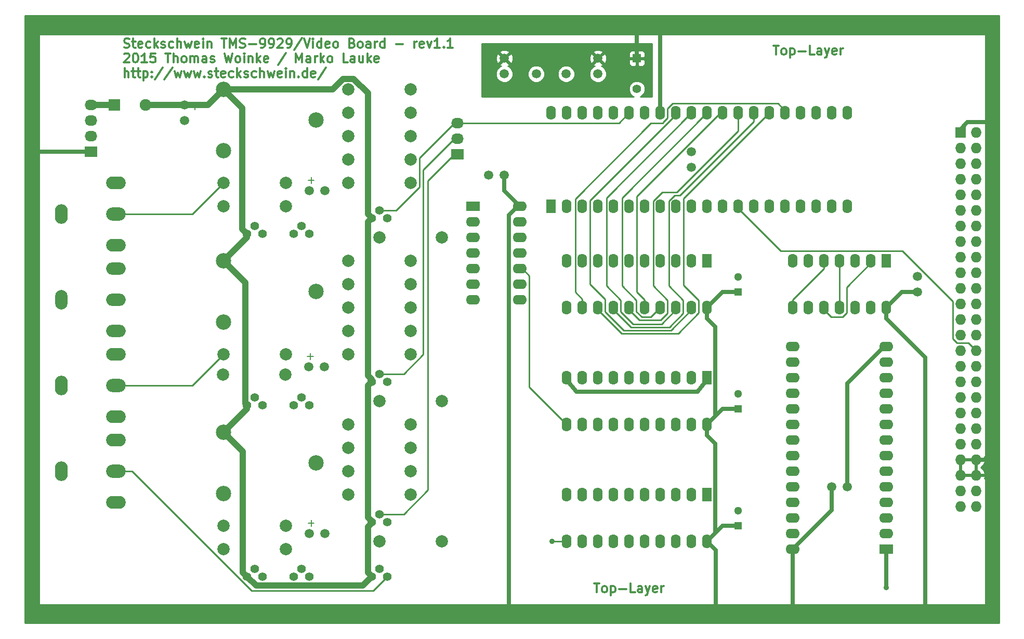
<source format=gbr>
%TF.FileFunction,Copper,L1,Top,Signal*%
%FSLAX46Y46*%
G04 Gerber Fmt 4.6, Leading zero omitted, Abs format (unit mm)*
G04 Created by KiCad (PCBNEW (2014-09-16 BZR 5139)-product) date 09/04/2015 20:46:51*
%MOMM*%
G01*
G04 APERTURE LIST*
%ADD10C,0.100000*%
%ADD11C,0.300000*%
%ADD12C,0.150000*%
%ADD13O,3.197860X2.100000*%
%ADD14O,2.100000X3.197860*%
%ADD15O,3.197860X2.200000*%
%ADD16R,1.574800X2.286000*%
%ADD17O,1.574800X2.286000*%
%ADD18C,1.998980*%
%ADD19R,2.286000X1.574800*%
%ADD20O,2.286000X1.574800*%
%ADD21R,1.727200X1.727200*%
%ADD22O,1.727200X1.727200*%
%ADD23C,1.501140*%
%ADD24R,2.032000X1.727200*%
%ADD25O,2.032000X1.727200*%
%ADD26C,1.400000*%
%ADD27R,1.905000X1.905000*%
%ADD28C,1.905000*%
%ADD29C,2.499360*%
%ADD30R,1.300000X1.300000*%
%ADD31C,1.300000*%
%ADD32O,3.197860X1.998980*%
%ADD33O,1.998980X3.197860*%
%ADD34R,1.400000X1.400000*%
%ADD35C,0.889000*%
%ADD36C,0.635000*%
%ADD37C,0.254000*%
%ADD38C,1.000000*%
G04 APERTURE END LIST*
D10*
D11*
X79025714Y-51547143D02*
X79240000Y-51618571D01*
X79597143Y-51618571D01*
X79740000Y-51547143D01*
X79811429Y-51475714D01*
X79882857Y-51332857D01*
X79882857Y-51190000D01*
X79811429Y-51047143D01*
X79740000Y-50975714D01*
X79597143Y-50904286D01*
X79311429Y-50832857D01*
X79168571Y-50761429D01*
X79097143Y-50690000D01*
X79025714Y-50547143D01*
X79025714Y-50404286D01*
X79097143Y-50261429D01*
X79168571Y-50190000D01*
X79311429Y-50118571D01*
X79668571Y-50118571D01*
X79882857Y-50190000D01*
X80311428Y-50618571D02*
X80882857Y-50618571D01*
X80525714Y-50118571D02*
X80525714Y-51404286D01*
X80597142Y-51547143D01*
X80740000Y-51618571D01*
X80882857Y-51618571D01*
X81954285Y-51547143D02*
X81811428Y-51618571D01*
X81525714Y-51618571D01*
X81382857Y-51547143D01*
X81311428Y-51404286D01*
X81311428Y-50832857D01*
X81382857Y-50690000D01*
X81525714Y-50618571D01*
X81811428Y-50618571D01*
X81954285Y-50690000D01*
X82025714Y-50832857D01*
X82025714Y-50975714D01*
X81311428Y-51118571D01*
X83311428Y-51547143D02*
X83168571Y-51618571D01*
X82882857Y-51618571D01*
X82739999Y-51547143D01*
X82668571Y-51475714D01*
X82597142Y-51332857D01*
X82597142Y-50904286D01*
X82668571Y-50761429D01*
X82739999Y-50690000D01*
X82882857Y-50618571D01*
X83168571Y-50618571D01*
X83311428Y-50690000D01*
X83954285Y-51618571D02*
X83954285Y-50118571D01*
X84097142Y-51047143D02*
X84525713Y-51618571D01*
X84525713Y-50618571D02*
X83954285Y-51190000D01*
X85097142Y-51547143D02*
X85239999Y-51618571D01*
X85525714Y-51618571D01*
X85668571Y-51547143D01*
X85739999Y-51404286D01*
X85739999Y-51332857D01*
X85668571Y-51190000D01*
X85525714Y-51118571D01*
X85311428Y-51118571D01*
X85168571Y-51047143D01*
X85097142Y-50904286D01*
X85097142Y-50832857D01*
X85168571Y-50690000D01*
X85311428Y-50618571D01*
X85525714Y-50618571D01*
X85668571Y-50690000D01*
X87025714Y-51547143D02*
X86882857Y-51618571D01*
X86597143Y-51618571D01*
X86454285Y-51547143D01*
X86382857Y-51475714D01*
X86311428Y-51332857D01*
X86311428Y-50904286D01*
X86382857Y-50761429D01*
X86454285Y-50690000D01*
X86597143Y-50618571D01*
X86882857Y-50618571D01*
X87025714Y-50690000D01*
X87668571Y-51618571D02*
X87668571Y-50118571D01*
X88311428Y-51618571D02*
X88311428Y-50832857D01*
X88239999Y-50690000D01*
X88097142Y-50618571D01*
X87882857Y-50618571D01*
X87739999Y-50690000D01*
X87668571Y-50761429D01*
X88882857Y-50618571D02*
X89168571Y-51618571D01*
X89454285Y-50904286D01*
X89740000Y-51618571D01*
X90025714Y-50618571D01*
X91168571Y-51547143D02*
X91025714Y-51618571D01*
X90740000Y-51618571D01*
X90597143Y-51547143D01*
X90525714Y-51404286D01*
X90525714Y-50832857D01*
X90597143Y-50690000D01*
X90740000Y-50618571D01*
X91025714Y-50618571D01*
X91168571Y-50690000D01*
X91240000Y-50832857D01*
X91240000Y-50975714D01*
X90525714Y-51118571D01*
X91882857Y-51618571D02*
X91882857Y-50618571D01*
X91882857Y-50118571D02*
X91811428Y-50190000D01*
X91882857Y-50261429D01*
X91954285Y-50190000D01*
X91882857Y-50118571D01*
X91882857Y-50261429D01*
X92597143Y-50618571D02*
X92597143Y-51618571D01*
X92597143Y-50761429D02*
X92668571Y-50690000D01*
X92811429Y-50618571D01*
X93025714Y-50618571D01*
X93168571Y-50690000D01*
X93240000Y-50832857D01*
X93240000Y-51618571D01*
X94882857Y-50118571D02*
X95740000Y-50118571D01*
X95311429Y-51618571D02*
X95311429Y-50118571D01*
X96240000Y-51618571D02*
X96240000Y-50118571D01*
X96740000Y-51190000D01*
X97240000Y-50118571D01*
X97240000Y-51618571D01*
X97882857Y-51547143D02*
X98097143Y-51618571D01*
X98454286Y-51618571D01*
X98597143Y-51547143D01*
X98668572Y-51475714D01*
X98740000Y-51332857D01*
X98740000Y-51190000D01*
X98668572Y-51047143D01*
X98597143Y-50975714D01*
X98454286Y-50904286D01*
X98168572Y-50832857D01*
X98025714Y-50761429D01*
X97954286Y-50690000D01*
X97882857Y-50547143D01*
X97882857Y-50404286D01*
X97954286Y-50261429D01*
X98025714Y-50190000D01*
X98168572Y-50118571D01*
X98525714Y-50118571D01*
X98740000Y-50190000D01*
X99382857Y-51047143D02*
X100525714Y-51047143D01*
X101311428Y-51618571D02*
X101597143Y-51618571D01*
X101740000Y-51547143D01*
X101811428Y-51475714D01*
X101954286Y-51261429D01*
X102025714Y-50975714D01*
X102025714Y-50404286D01*
X101954286Y-50261429D01*
X101882857Y-50190000D01*
X101740000Y-50118571D01*
X101454286Y-50118571D01*
X101311428Y-50190000D01*
X101240000Y-50261429D01*
X101168571Y-50404286D01*
X101168571Y-50761429D01*
X101240000Y-50904286D01*
X101311428Y-50975714D01*
X101454286Y-51047143D01*
X101740000Y-51047143D01*
X101882857Y-50975714D01*
X101954286Y-50904286D01*
X102025714Y-50761429D01*
X102739999Y-51618571D02*
X103025714Y-51618571D01*
X103168571Y-51547143D01*
X103239999Y-51475714D01*
X103382857Y-51261429D01*
X103454285Y-50975714D01*
X103454285Y-50404286D01*
X103382857Y-50261429D01*
X103311428Y-50190000D01*
X103168571Y-50118571D01*
X102882857Y-50118571D01*
X102739999Y-50190000D01*
X102668571Y-50261429D01*
X102597142Y-50404286D01*
X102597142Y-50761429D01*
X102668571Y-50904286D01*
X102739999Y-50975714D01*
X102882857Y-51047143D01*
X103168571Y-51047143D01*
X103311428Y-50975714D01*
X103382857Y-50904286D01*
X103454285Y-50761429D01*
X104025713Y-50261429D02*
X104097142Y-50190000D01*
X104239999Y-50118571D01*
X104597142Y-50118571D01*
X104739999Y-50190000D01*
X104811428Y-50261429D01*
X104882856Y-50404286D01*
X104882856Y-50547143D01*
X104811428Y-50761429D01*
X103954285Y-51618571D01*
X104882856Y-51618571D01*
X105597141Y-51618571D02*
X105882856Y-51618571D01*
X106025713Y-51547143D01*
X106097141Y-51475714D01*
X106239999Y-51261429D01*
X106311427Y-50975714D01*
X106311427Y-50404286D01*
X106239999Y-50261429D01*
X106168570Y-50190000D01*
X106025713Y-50118571D01*
X105739999Y-50118571D01*
X105597141Y-50190000D01*
X105525713Y-50261429D01*
X105454284Y-50404286D01*
X105454284Y-50761429D01*
X105525713Y-50904286D01*
X105597141Y-50975714D01*
X105739999Y-51047143D01*
X106025713Y-51047143D01*
X106168570Y-50975714D01*
X106239999Y-50904286D01*
X106311427Y-50761429D01*
X108025712Y-50047143D02*
X106739998Y-51975714D01*
X108311427Y-50118571D02*
X108811427Y-51618571D01*
X109311427Y-50118571D01*
X109811427Y-51618571D02*
X109811427Y-50618571D01*
X109811427Y-50118571D02*
X109739998Y-50190000D01*
X109811427Y-50261429D01*
X109882855Y-50190000D01*
X109811427Y-50118571D01*
X109811427Y-50261429D01*
X111168570Y-51618571D02*
X111168570Y-50118571D01*
X111168570Y-51547143D02*
X111025713Y-51618571D01*
X110739999Y-51618571D01*
X110597141Y-51547143D01*
X110525713Y-51475714D01*
X110454284Y-51332857D01*
X110454284Y-50904286D01*
X110525713Y-50761429D01*
X110597141Y-50690000D01*
X110739999Y-50618571D01*
X111025713Y-50618571D01*
X111168570Y-50690000D01*
X112454284Y-51547143D02*
X112311427Y-51618571D01*
X112025713Y-51618571D01*
X111882856Y-51547143D01*
X111811427Y-51404286D01*
X111811427Y-50832857D01*
X111882856Y-50690000D01*
X112025713Y-50618571D01*
X112311427Y-50618571D01*
X112454284Y-50690000D01*
X112525713Y-50832857D01*
X112525713Y-50975714D01*
X111811427Y-51118571D01*
X113382856Y-51618571D02*
X113239998Y-51547143D01*
X113168570Y-51475714D01*
X113097141Y-51332857D01*
X113097141Y-50904286D01*
X113168570Y-50761429D01*
X113239998Y-50690000D01*
X113382856Y-50618571D01*
X113597141Y-50618571D01*
X113739998Y-50690000D01*
X113811427Y-50761429D01*
X113882856Y-50904286D01*
X113882856Y-51332857D01*
X113811427Y-51475714D01*
X113739998Y-51547143D01*
X113597141Y-51618571D01*
X113382856Y-51618571D01*
X116168570Y-50832857D02*
X116382856Y-50904286D01*
X116454284Y-50975714D01*
X116525713Y-51118571D01*
X116525713Y-51332857D01*
X116454284Y-51475714D01*
X116382856Y-51547143D01*
X116239998Y-51618571D01*
X115668570Y-51618571D01*
X115668570Y-50118571D01*
X116168570Y-50118571D01*
X116311427Y-50190000D01*
X116382856Y-50261429D01*
X116454284Y-50404286D01*
X116454284Y-50547143D01*
X116382856Y-50690000D01*
X116311427Y-50761429D01*
X116168570Y-50832857D01*
X115668570Y-50832857D01*
X117382856Y-51618571D02*
X117239998Y-51547143D01*
X117168570Y-51475714D01*
X117097141Y-51332857D01*
X117097141Y-50904286D01*
X117168570Y-50761429D01*
X117239998Y-50690000D01*
X117382856Y-50618571D01*
X117597141Y-50618571D01*
X117739998Y-50690000D01*
X117811427Y-50761429D01*
X117882856Y-50904286D01*
X117882856Y-51332857D01*
X117811427Y-51475714D01*
X117739998Y-51547143D01*
X117597141Y-51618571D01*
X117382856Y-51618571D01*
X119168570Y-51618571D02*
X119168570Y-50832857D01*
X119097141Y-50690000D01*
X118954284Y-50618571D01*
X118668570Y-50618571D01*
X118525713Y-50690000D01*
X119168570Y-51547143D02*
X119025713Y-51618571D01*
X118668570Y-51618571D01*
X118525713Y-51547143D01*
X118454284Y-51404286D01*
X118454284Y-51261429D01*
X118525713Y-51118571D01*
X118668570Y-51047143D01*
X119025713Y-51047143D01*
X119168570Y-50975714D01*
X119882856Y-51618571D02*
X119882856Y-50618571D01*
X119882856Y-50904286D02*
X119954284Y-50761429D01*
X120025713Y-50690000D01*
X120168570Y-50618571D01*
X120311427Y-50618571D01*
X121454284Y-51618571D02*
X121454284Y-50118571D01*
X121454284Y-51547143D02*
X121311427Y-51618571D01*
X121025713Y-51618571D01*
X120882855Y-51547143D01*
X120811427Y-51475714D01*
X120739998Y-51332857D01*
X120739998Y-50904286D01*
X120811427Y-50761429D01*
X120882855Y-50690000D01*
X121025713Y-50618571D01*
X121311427Y-50618571D01*
X121454284Y-50690000D01*
X123311427Y-51047143D02*
X124454284Y-51047143D01*
X126311427Y-51618571D02*
X126311427Y-50618571D01*
X126311427Y-50904286D02*
X126382855Y-50761429D01*
X126454284Y-50690000D01*
X126597141Y-50618571D01*
X126739998Y-50618571D01*
X127811426Y-51547143D02*
X127668569Y-51618571D01*
X127382855Y-51618571D01*
X127239998Y-51547143D01*
X127168569Y-51404286D01*
X127168569Y-50832857D01*
X127239998Y-50690000D01*
X127382855Y-50618571D01*
X127668569Y-50618571D01*
X127811426Y-50690000D01*
X127882855Y-50832857D01*
X127882855Y-50975714D01*
X127168569Y-51118571D01*
X128382855Y-50618571D02*
X128739998Y-51618571D01*
X129097140Y-50618571D01*
X130454283Y-51618571D02*
X129597140Y-51618571D01*
X130025712Y-51618571D02*
X130025712Y-50118571D01*
X129882855Y-50332857D01*
X129739997Y-50475714D01*
X129597140Y-50547143D01*
X131097140Y-51475714D02*
X131168568Y-51547143D01*
X131097140Y-51618571D01*
X131025711Y-51547143D01*
X131097140Y-51475714D01*
X131097140Y-51618571D01*
X132597140Y-51618571D02*
X131739997Y-51618571D01*
X132168569Y-51618571D02*
X132168569Y-50118571D01*
X132025712Y-50332857D01*
X131882854Y-50475714D01*
X131739997Y-50547143D01*
X79025714Y-52661429D02*
X79097143Y-52590000D01*
X79240000Y-52518571D01*
X79597143Y-52518571D01*
X79740000Y-52590000D01*
X79811429Y-52661429D01*
X79882857Y-52804286D01*
X79882857Y-52947143D01*
X79811429Y-53161429D01*
X78954286Y-54018571D01*
X79882857Y-54018571D01*
X80811428Y-52518571D02*
X80954285Y-52518571D01*
X81097142Y-52590000D01*
X81168571Y-52661429D01*
X81240000Y-52804286D01*
X81311428Y-53090000D01*
X81311428Y-53447143D01*
X81240000Y-53732857D01*
X81168571Y-53875714D01*
X81097142Y-53947143D01*
X80954285Y-54018571D01*
X80811428Y-54018571D01*
X80668571Y-53947143D01*
X80597142Y-53875714D01*
X80525714Y-53732857D01*
X80454285Y-53447143D01*
X80454285Y-53090000D01*
X80525714Y-52804286D01*
X80597142Y-52661429D01*
X80668571Y-52590000D01*
X80811428Y-52518571D01*
X82739999Y-54018571D02*
X81882856Y-54018571D01*
X82311428Y-54018571D02*
X82311428Y-52518571D01*
X82168571Y-52732857D01*
X82025713Y-52875714D01*
X81882856Y-52947143D01*
X84097142Y-52518571D02*
X83382856Y-52518571D01*
X83311427Y-53232857D01*
X83382856Y-53161429D01*
X83525713Y-53090000D01*
X83882856Y-53090000D01*
X84025713Y-53161429D01*
X84097142Y-53232857D01*
X84168570Y-53375714D01*
X84168570Y-53732857D01*
X84097142Y-53875714D01*
X84025713Y-53947143D01*
X83882856Y-54018571D01*
X83525713Y-54018571D01*
X83382856Y-53947143D01*
X83311427Y-53875714D01*
X85739998Y-52518571D02*
X86597141Y-52518571D01*
X86168570Y-54018571D02*
X86168570Y-52518571D01*
X87097141Y-54018571D02*
X87097141Y-52518571D01*
X87739998Y-54018571D02*
X87739998Y-53232857D01*
X87668569Y-53090000D01*
X87525712Y-53018571D01*
X87311427Y-53018571D01*
X87168569Y-53090000D01*
X87097141Y-53161429D01*
X88668570Y-54018571D02*
X88525712Y-53947143D01*
X88454284Y-53875714D01*
X88382855Y-53732857D01*
X88382855Y-53304286D01*
X88454284Y-53161429D01*
X88525712Y-53090000D01*
X88668570Y-53018571D01*
X88882855Y-53018571D01*
X89025712Y-53090000D01*
X89097141Y-53161429D01*
X89168570Y-53304286D01*
X89168570Y-53732857D01*
X89097141Y-53875714D01*
X89025712Y-53947143D01*
X88882855Y-54018571D01*
X88668570Y-54018571D01*
X89811427Y-54018571D02*
X89811427Y-53018571D01*
X89811427Y-53161429D02*
X89882855Y-53090000D01*
X90025713Y-53018571D01*
X90239998Y-53018571D01*
X90382855Y-53090000D01*
X90454284Y-53232857D01*
X90454284Y-54018571D01*
X90454284Y-53232857D02*
X90525713Y-53090000D01*
X90668570Y-53018571D01*
X90882855Y-53018571D01*
X91025713Y-53090000D01*
X91097141Y-53232857D01*
X91097141Y-54018571D01*
X92454284Y-54018571D02*
X92454284Y-53232857D01*
X92382855Y-53090000D01*
X92239998Y-53018571D01*
X91954284Y-53018571D01*
X91811427Y-53090000D01*
X92454284Y-53947143D02*
X92311427Y-54018571D01*
X91954284Y-54018571D01*
X91811427Y-53947143D01*
X91739998Y-53804286D01*
X91739998Y-53661429D01*
X91811427Y-53518571D01*
X91954284Y-53447143D01*
X92311427Y-53447143D01*
X92454284Y-53375714D01*
X93097141Y-53947143D02*
X93239998Y-54018571D01*
X93525713Y-54018571D01*
X93668570Y-53947143D01*
X93739998Y-53804286D01*
X93739998Y-53732857D01*
X93668570Y-53590000D01*
X93525713Y-53518571D01*
X93311427Y-53518571D01*
X93168570Y-53447143D01*
X93097141Y-53304286D01*
X93097141Y-53232857D01*
X93168570Y-53090000D01*
X93311427Y-53018571D01*
X93525713Y-53018571D01*
X93668570Y-53090000D01*
X95382856Y-52518571D02*
X95739999Y-54018571D01*
X96025713Y-52947143D01*
X96311427Y-54018571D01*
X96668570Y-52518571D01*
X97454285Y-54018571D02*
X97311427Y-53947143D01*
X97239999Y-53875714D01*
X97168570Y-53732857D01*
X97168570Y-53304286D01*
X97239999Y-53161429D01*
X97311427Y-53090000D01*
X97454285Y-53018571D01*
X97668570Y-53018571D01*
X97811427Y-53090000D01*
X97882856Y-53161429D01*
X97954285Y-53304286D01*
X97954285Y-53732857D01*
X97882856Y-53875714D01*
X97811427Y-53947143D01*
X97668570Y-54018571D01*
X97454285Y-54018571D01*
X98597142Y-54018571D02*
X98597142Y-53018571D01*
X98597142Y-52518571D02*
X98525713Y-52590000D01*
X98597142Y-52661429D01*
X98668570Y-52590000D01*
X98597142Y-52518571D01*
X98597142Y-52661429D01*
X99311428Y-53018571D02*
X99311428Y-54018571D01*
X99311428Y-53161429D02*
X99382856Y-53090000D01*
X99525714Y-53018571D01*
X99739999Y-53018571D01*
X99882856Y-53090000D01*
X99954285Y-53232857D01*
X99954285Y-54018571D01*
X100668571Y-54018571D02*
X100668571Y-52518571D01*
X100811428Y-53447143D02*
X101239999Y-54018571D01*
X101239999Y-53018571D02*
X100668571Y-53590000D01*
X102454285Y-53947143D02*
X102311428Y-54018571D01*
X102025714Y-54018571D01*
X101882857Y-53947143D01*
X101811428Y-53804286D01*
X101811428Y-53232857D01*
X101882857Y-53090000D01*
X102025714Y-53018571D01*
X102311428Y-53018571D01*
X102454285Y-53090000D01*
X102525714Y-53232857D01*
X102525714Y-53375714D01*
X101811428Y-53518571D01*
X105382856Y-52447143D02*
X104097142Y-54375714D01*
X107025714Y-54018571D02*
X107025714Y-52518571D01*
X107525714Y-53590000D01*
X108025714Y-52518571D01*
X108025714Y-54018571D01*
X109382857Y-54018571D02*
X109382857Y-53232857D01*
X109311428Y-53090000D01*
X109168571Y-53018571D01*
X108882857Y-53018571D01*
X108740000Y-53090000D01*
X109382857Y-53947143D02*
X109240000Y-54018571D01*
X108882857Y-54018571D01*
X108740000Y-53947143D01*
X108668571Y-53804286D01*
X108668571Y-53661429D01*
X108740000Y-53518571D01*
X108882857Y-53447143D01*
X109240000Y-53447143D01*
X109382857Y-53375714D01*
X110097143Y-54018571D02*
X110097143Y-53018571D01*
X110097143Y-53304286D02*
X110168571Y-53161429D01*
X110240000Y-53090000D01*
X110382857Y-53018571D01*
X110525714Y-53018571D01*
X111025714Y-54018571D02*
X111025714Y-52518571D01*
X111168571Y-53447143D02*
X111597142Y-54018571D01*
X111597142Y-53018571D02*
X111025714Y-53590000D01*
X112454286Y-54018571D02*
X112311428Y-53947143D01*
X112240000Y-53875714D01*
X112168571Y-53732857D01*
X112168571Y-53304286D01*
X112240000Y-53161429D01*
X112311428Y-53090000D01*
X112454286Y-53018571D01*
X112668571Y-53018571D01*
X112811428Y-53090000D01*
X112882857Y-53161429D01*
X112954286Y-53304286D01*
X112954286Y-53732857D01*
X112882857Y-53875714D01*
X112811428Y-53947143D01*
X112668571Y-54018571D01*
X112454286Y-54018571D01*
X115454286Y-54018571D02*
X114740000Y-54018571D01*
X114740000Y-52518571D01*
X116597143Y-54018571D02*
X116597143Y-53232857D01*
X116525714Y-53090000D01*
X116382857Y-53018571D01*
X116097143Y-53018571D01*
X115954286Y-53090000D01*
X116597143Y-53947143D02*
X116454286Y-54018571D01*
X116097143Y-54018571D01*
X115954286Y-53947143D01*
X115882857Y-53804286D01*
X115882857Y-53661429D01*
X115954286Y-53518571D01*
X116097143Y-53447143D01*
X116454286Y-53447143D01*
X116597143Y-53375714D01*
X117954286Y-53018571D02*
X117954286Y-54018571D01*
X117311429Y-53018571D02*
X117311429Y-53804286D01*
X117382857Y-53947143D01*
X117525715Y-54018571D01*
X117740000Y-54018571D01*
X117882857Y-53947143D01*
X117954286Y-53875714D01*
X118668572Y-54018571D02*
X118668572Y-52518571D01*
X118811429Y-53447143D02*
X119240000Y-54018571D01*
X119240000Y-53018571D02*
X118668572Y-53590000D01*
X120454286Y-53947143D02*
X120311429Y-54018571D01*
X120025715Y-54018571D01*
X119882858Y-53947143D01*
X119811429Y-53804286D01*
X119811429Y-53232857D01*
X119882858Y-53090000D01*
X120025715Y-53018571D01*
X120311429Y-53018571D01*
X120454286Y-53090000D01*
X120525715Y-53232857D01*
X120525715Y-53375714D01*
X119811429Y-53518571D01*
X79097143Y-56418571D02*
X79097143Y-54918571D01*
X79740000Y-56418571D02*
X79740000Y-55632857D01*
X79668571Y-55490000D01*
X79525714Y-55418571D01*
X79311429Y-55418571D01*
X79168571Y-55490000D01*
X79097143Y-55561429D01*
X80240000Y-55418571D02*
X80811429Y-55418571D01*
X80454286Y-54918571D02*
X80454286Y-56204286D01*
X80525714Y-56347143D01*
X80668572Y-56418571D01*
X80811429Y-56418571D01*
X81097143Y-55418571D02*
X81668572Y-55418571D01*
X81311429Y-54918571D02*
X81311429Y-56204286D01*
X81382857Y-56347143D01*
X81525715Y-56418571D01*
X81668572Y-56418571D01*
X82168572Y-55418571D02*
X82168572Y-56918571D01*
X82168572Y-55490000D02*
X82311429Y-55418571D01*
X82597143Y-55418571D01*
X82740000Y-55490000D01*
X82811429Y-55561429D01*
X82882858Y-55704286D01*
X82882858Y-56132857D01*
X82811429Y-56275714D01*
X82740000Y-56347143D01*
X82597143Y-56418571D01*
X82311429Y-56418571D01*
X82168572Y-56347143D01*
X83525715Y-56275714D02*
X83597143Y-56347143D01*
X83525715Y-56418571D01*
X83454286Y-56347143D01*
X83525715Y-56275714D01*
X83525715Y-56418571D01*
X83525715Y-55490000D02*
X83597143Y-55561429D01*
X83525715Y-55632857D01*
X83454286Y-55561429D01*
X83525715Y-55490000D01*
X83525715Y-55632857D01*
X85311429Y-54847143D02*
X84025715Y-56775714D01*
X86882858Y-54847143D02*
X85597144Y-56775714D01*
X87240002Y-55418571D02*
X87525716Y-56418571D01*
X87811430Y-55704286D01*
X88097145Y-56418571D01*
X88382859Y-55418571D01*
X88811431Y-55418571D02*
X89097145Y-56418571D01*
X89382859Y-55704286D01*
X89668574Y-56418571D01*
X89954288Y-55418571D01*
X90382860Y-55418571D02*
X90668574Y-56418571D01*
X90954288Y-55704286D01*
X91240003Y-56418571D01*
X91525717Y-55418571D01*
X92097146Y-56275714D02*
X92168574Y-56347143D01*
X92097146Y-56418571D01*
X92025717Y-56347143D01*
X92097146Y-56275714D01*
X92097146Y-56418571D01*
X92740003Y-56347143D02*
X92882860Y-56418571D01*
X93168575Y-56418571D01*
X93311432Y-56347143D01*
X93382860Y-56204286D01*
X93382860Y-56132857D01*
X93311432Y-55990000D01*
X93168575Y-55918571D01*
X92954289Y-55918571D01*
X92811432Y-55847143D01*
X92740003Y-55704286D01*
X92740003Y-55632857D01*
X92811432Y-55490000D01*
X92954289Y-55418571D01*
X93168575Y-55418571D01*
X93311432Y-55490000D01*
X93811432Y-55418571D02*
X94382861Y-55418571D01*
X94025718Y-54918571D02*
X94025718Y-56204286D01*
X94097146Y-56347143D01*
X94240004Y-56418571D01*
X94382861Y-56418571D01*
X95454289Y-56347143D02*
X95311432Y-56418571D01*
X95025718Y-56418571D01*
X94882861Y-56347143D01*
X94811432Y-56204286D01*
X94811432Y-55632857D01*
X94882861Y-55490000D01*
X95025718Y-55418571D01*
X95311432Y-55418571D01*
X95454289Y-55490000D01*
X95525718Y-55632857D01*
X95525718Y-55775714D01*
X94811432Y-55918571D01*
X96811432Y-56347143D02*
X96668575Y-56418571D01*
X96382861Y-56418571D01*
X96240003Y-56347143D01*
X96168575Y-56275714D01*
X96097146Y-56132857D01*
X96097146Y-55704286D01*
X96168575Y-55561429D01*
X96240003Y-55490000D01*
X96382861Y-55418571D01*
X96668575Y-55418571D01*
X96811432Y-55490000D01*
X97454289Y-56418571D02*
X97454289Y-54918571D01*
X97597146Y-55847143D02*
X98025717Y-56418571D01*
X98025717Y-55418571D02*
X97454289Y-55990000D01*
X98597146Y-56347143D02*
X98740003Y-56418571D01*
X99025718Y-56418571D01*
X99168575Y-56347143D01*
X99240003Y-56204286D01*
X99240003Y-56132857D01*
X99168575Y-55990000D01*
X99025718Y-55918571D01*
X98811432Y-55918571D01*
X98668575Y-55847143D01*
X98597146Y-55704286D01*
X98597146Y-55632857D01*
X98668575Y-55490000D01*
X98811432Y-55418571D01*
X99025718Y-55418571D01*
X99168575Y-55490000D01*
X100525718Y-56347143D02*
X100382861Y-56418571D01*
X100097147Y-56418571D01*
X99954289Y-56347143D01*
X99882861Y-56275714D01*
X99811432Y-56132857D01*
X99811432Y-55704286D01*
X99882861Y-55561429D01*
X99954289Y-55490000D01*
X100097147Y-55418571D01*
X100382861Y-55418571D01*
X100525718Y-55490000D01*
X101168575Y-56418571D02*
X101168575Y-54918571D01*
X101811432Y-56418571D02*
X101811432Y-55632857D01*
X101740003Y-55490000D01*
X101597146Y-55418571D01*
X101382861Y-55418571D01*
X101240003Y-55490000D01*
X101168575Y-55561429D01*
X102382861Y-55418571D02*
X102668575Y-56418571D01*
X102954289Y-55704286D01*
X103240004Y-56418571D01*
X103525718Y-55418571D01*
X104668575Y-56347143D02*
X104525718Y-56418571D01*
X104240004Y-56418571D01*
X104097147Y-56347143D01*
X104025718Y-56204286D01*
X104025718Y-55632857D01*
X104097147Y-55490000D01*
X104240004Y-55418571D01*
X104525718Y-55418571D01*
X104668575Y-55490000D01*
X104740004Y-55632857D01*
X104740004Y-55775714D01*
X104025718Y-55918571D01*
X105382861Y-56418571D02*
X105382861Y-55418571D01*
X105382861Y-54918571D02*
X105311432Y-54990000D01*
X105382861Y-55061429D01*
X105454289Y-54990000D01*
X105382861Y-54918571D01*
X105382861Y-55061429D01*
X106097147Y-55418571D02*
X106097147Y-56418571D01*
X106097147Y-55561429D02*
X106168575Y-55490000D01*
X106311433Y-55418571D01*
X106525718Y-55418571D01*
X106668575Y-55490000D01*
X106740004Y-55632857D01*
X106740004Y-56418571D01*
X107454290Y-56275714D02*
X107525718Y-56347143D01*
X107454290Y-56418571D01*
X107382861Y-56347143D01*
X107454290Y-56275714D01*
X107454290Y-56418571D01*
X108811433Y-56418571D02*
X108811433Y-54918571D01*
X108811433Y-56347143D02*
X108668576Y-56418571D01*
X108382862Y-56418571D01*
X108240004Y-56347143D01*
X108168576Y-56275714D01*
X108097147Y-56132857D01*
X108097147Y-55704286D01*
X108168576Y-55561429D01*
X108240004Y-55490000D01*
X108382862Y-55418571D01*
X108668576Y-55418571D01*
X108811433Y-55490000D01*
X110097147Y-56347143D02*
X109954290Y-56418571D01*
X109668576Y-56418571D01*
X109525719Y-56347143D01*
X109454290Y-56204286D01*
X109454290Y-55632857D01*
X109525719Y-55490000D01*
X109668576Y-55418571D01*
X109954290Y-55418571D01*
X110097147Y-55490000D01*
X110168576Y-55632857D01*
X110168576Y-55775714D01*
X109454290Y-55918571D01*
X111882861Y-54847143D02*
X110597147Y-56775714D01*
X184821429Y-51248571D02*
X185678572Y-51248571D01*
X185250001Y-52748571D02*
X185250001Y-51248571D01*
X186392858Y-52748571D02*
X186250000Y-52677143D01*
X186178572Y-52605714D01*
X186107143Y-52462857D01*
X186107143Y-52034286D01*
X186178572Y-51891429D01*
X186250000Y-51820000D01*
X186392858Y-51748571D01*
X186607143Y-51748571D01*
X186750000Y-51820000D01*
X186821429Y-51891429D01*
X186892858Y-52034286D01*
X186892858Y-52462857D01*
X186821429Y-52605714D01*
X186750000Y-52677143D01*
X186607143Y-52748571D01*
X186392858Y-52748571D01*
X187535715Y-51748571D02*
X187535715Y-53248571D01*
X187535715Y-51820000D02*
X187678572Y-51748571D01*
X187964286Y-51748571D01*
X188107143Y-51820000D01*
X188178572Y-51891429D01*
X188250001Y-52034286D01*
X188250001Y-52462857D01*
X188178572Y-52605714D01*
X188107143Y-52677143D01*
X187964286Y-52748571D01*
X187678572Y-52748571D01*
X187535715Y-52677143D01*
X188892858Y-52177143D02*
X190035715Y-52177143D01*
X191464287Y-52748571D02*
X190750001Y-52748571D01*
X190750001Y-51248571D01*
X192607144Y-52748571D02*
X192607144Y-51962857D01*
X192535715Y-51820000D01*
X192392858Y-51748571D01*
X192107144Y-51748571D01*
X191964287Y-51820000D01*
X192607144Y-52677143D02*
X192464287Y-52748571D01*
X192107144Y-52748571D01*
X191964287Y-52677143D01*
X191892858Y-52534286D01*
X191892858Y-52391429D01*
X191964287Y-52248571D01*
X192107144Y-52177143D01*
X192464287Y-52177143D01*
X192607144Y-52105714D01*
X193178573Y-51748571D02*
X193535716Y-52748571D01*
X193892858Y-51748571D02*
X193535716Y-52748571D01*
X193392858Y-53105714D01*
X193321430Y-53177143D01*
X193178573Y-53248571D01*
X195035715Y-52677143D02*
X194892858Y-52748571D01*
X194607144Y-52748571D01*
X194464287Y-52677143D01*
X194392858Y-52534286D01*
X194392858Y-51962857D01*
X194464287Y-51820000D01*
X194607144Y-51748571D01*
X194892858Y-51748571D01*
X195035715Y-51820000D01*
X195107144Y-51962857D01*
X195107144Y-52105714D01*
X194392858Y-52248571D01*
X195750001Y-52748571D02*
X195750001Y-51748571D01*
X195750001Y-52034286D02*
X195821429Y-51891429D01*
X195892858Y-51820000D01*
X196035715Y-51748571D01*
X196178572Y-51748571D01*
X155611429Y-138878571D02*
X156468572Y-138878571D01*
X156040001Y-140378571D02*
X156040001Y-138878571D01*
X157182858Y-140378571D02*
X157040000Y-140307143D01*
X156968572Y-140235714D01*
X156897143Y-140092857D01*
X156897143Y-139664286D01*
X156968572Y-139521429D01*
X157040000Y-139450000D01*
X157182858Y-139378571D01*
X157397143Y-139378571D01*
X157540000Y-139450000D01*
X157611429Y-139521429D01*
X157682858Y-139664286D01*
X157682858Y-140092857D01*
X157611429Y-140235714D01*
X157540000Y-140307143D01*
X157397143Y-140378571D01*
X157182858Y-140378571D01*
X158325715Y-139378571D02*
X158325715Y-140878571D01*
X158325715Y-139450000D02*
X158468572Y-139378571D01*
X158754286Y-139378571D01*
X158897143Y-139450000D01*
X158968572Y-139521429D01*
X159040001Y-139664286D01*
X159040001Y-140092857D01*
X158968572Y-140235714D01*
X158897143Y-140307143D01*
X158754286Y-140378571D01*
X158468572Y-140378571D01*
X158325715Y-140307143D01*
X159682858Y-139807143D02*
X160825715Y-139807143D01*
X162254287Y-140378571D02*
X161540001Y-140378571D01*
X161540001Y-138878571D01*
X163397144Y-140378571D02*
X163397144Y-139592857D01*
X163325715Y-139450000D01*
X163182858Y-139378571D01*
X162897144Y-139378571D01*
X162754287Y-139450000D01*
X163397144Y-140307143D02*
X163254287Y-140378571D01*
X162897144Y-140378571D01*
X162754287Y-140307143D01*
X162682858Y-140164286D01*
X162682858Y-140021429D01*
X162754287Y-139878571D01*
X162897144Y-139807143D01*
X163254287Y-139807143D01*
X163397144Y-139735714D01*
X163968573Y-139378571D02*
X164325716Y-140378571D01*
X164682858Y-139378571D02*
X164325716Y-140378571D01*
X164182858Y-140735714D01*
X164111430Y-140807143D01*
X163968573Y-140878571D01*
X165825715Y-140307143D02*
X165682858Y-140378571D01*
X165397144Y-140378571D01*
X165254287Y-140307143D01*
X165182858Y-140164286D01*
X165182858Y-139592857D01*
X165254287Y-139450000D01*
X165397144Y-139378571D01*
X165682858Y-139378571D01*
X165825715Y-139450000D01*
X165897144Y-139592857D01*
X165897144Y-139735714D01*
X165182858Y-139878571D01*
X166540001Y-140378571D02*
X166540001Y-139378571D01*
X166540001Y-139664286D02*
X166611429Y-139521429D01*
X166682858Y-139450000D01*
X166825715Y-139378571D01*
X166968572Y-139378571D01*
D12*
X90599260Y-61229240D02*
X90599260Y-61729620D01*
X90599260Y-61229240D02*
X91099640Y-61229240D01*
X90599260Y-60728860D02*
X90599260Y-61229240D01*
X90599260Y-61229240D02*
X90200480Y-61229240D01*
X90200480Y-61229240D02*
X90098880Y-61229240D01*
X109489240Y-129110740D02*
X109989620Y-129110740D01*
X109489240Y-129110740D02*
X109489240Y-128610360D01*
X108988860Y-129110740D02*
X109489240Y-129110740D01*
X109489240Y-129110740D02*
X109489240Y-129509520D01*
X109489240Y-129509520D02*
X109489240Y-129611120D01*
X109362240Y-101932740D02*
X109862620Y-101932740D01*
X109362240Y-101932740D02*
X109362240Y-101432360D01*
X108861860Y-101932740D02*
X109362240Y-101932740D01*
X109362240Y-101932740D02*
X109362240Y-102331520D01*
X109362240Y-102331520D02*
X109362240Y-102433120D01*
X109489240Y-73230740D02*
X109989620Y-73230740D01*
X109489240Y-73230740D02*
X109489240Y-72730360D01*
X108988860Y-73230740D02*
X109489240Y-73230740D01*
X109489240Y-73230740D02*
X109489240Y-73629520D01*
X109489240Y-73629520D02*
X109489240Y-73731120D01*
D13*
X77724000Y-83820000D03*
D14*
X68834000Y-78740000D03*
D13*
X77724000Y-73660000D03*
D15*
X77724000Y-78740000D03*
D16*
X173990000Y-124460000D03*
D17*
X171450000Y-124460000D03*
X168910000Y-124460000D03*
X166370000Y-124460000D03*
X163830000Y-124460000D03*
X161290000Y-124460000D03*
X158750000Y-124460000D03*
X156210000Y-124460000D03*
X153670000Y-124460000D03*
X151130000Y-124460000D03*
X151130000Y-132080000D03*
X153670000Y-132080000D03*
X156210000Y-132080000D03*
X158750000Y-132080000D03*
X161290000Y-132080000D03*
X163830000Y-132080000D03*
X166370000Y-132080000D03*
X168910000Y-132080000D03*
X171450000Y-132080000D03*
X173990000Y-132080000D03*
D18*
X115570000Y-69850000D03*
X125730000Y-69850000D03*
D16*
X148590000Y-77470000D03*
D17*
X151130000Y-77470000D03*
X153670000Y-77470000D03*
X156210000Y-77470000D03*
X158750000Y-77470000D03*
X161290000Y-77470000D03*
X163830000Y-77470000D03*
X166370000Y-77470000D03*
X168910000Y-77470000D03*
X171450000Y-77470000D03*
X173990000Y-77470000D03*
X176530000Y-77470000D03*
X179070000Y-77470000D03*
X181610000Y-77470000D03*
X184150000Y-77470000D03*
X186690000Y-77470000D03*
X189230000Y-77470000D03*
X191770000Y-77470000D03*
X194310000Y-77470000D03*
X196850000Y-77470000D03*
X196850000Y-62230000D03*
X194310000Y-62230000D03*
X191770000Y-62230000D03*
X189230000Y-62230000D03*
X186690000Y-62230000D03*
X184150000Y-62230000D03*
X181610000Y-62230000D03*
X179070000Y-62230000D03*
X176530000Y-62230000D03*
X173990000Y-62230000D03*
X171450000Y-62230000D03*
X168910000Y-62230000D03*
X166370000Y-62230000D03*
X163830000Y-62230000D03*
X161290000Y-62230000D03*
X158750000Y-62230000D03*
X156210000Y-62230000D03*
X153670000Y-62230000D03*
X151130000Y-62230000D03*
X148590000Y-62230000D03*
D19*
X203200000Y-133350000D03*
D20*
X203200000Y-130810000D03*
X203200000Y-128270000D03*
X203200000Y-125730000D03*
X203200000Y-123190000D03*
X203200000Y-120650000D03*
X203200000Y-118110000D03*
X203200000Y-115570000D03*
X203200000Y-113030000D03*
X203200000Y-110490000D03*
X203200000Y-107950000D03*
X203200000Y-105410000D03*
X203200000Y-102870000D03*
X203200000Y-100330000D03*
X187960000Y-100330000D03*
X187960000Y-102870000D03*
X187960000Y-105410000D03*
X187960000Y-107950000D03*
X187960000Y-110490000D03*
X187960000Y-113030000D03*
X187960000Y-115570000D03*
X187960000Y-118110000D03*
X187960000Y-120650000D03*
X187960000Y-123190000D03*
X187960000Y-125730000D03*
X187960000Y-128270000D03*
X187960000Y-130810000D03*
X187960000Y-133350000D03*
D19*
X135890000Y-77470000D03*
D20*
X135890000Y-80010000D03*
X135890000Y-82550000D03*
X135890000Y-85090000D03*
X135890000Y-87630000D03*
X135890000Y-90170000D03*
X135890000Y-92710000D03*
X143510000Y-92710000D03*
X143510000Y-90170000D03*
X143510000Y-87630000D03*
X143510000Y-85090000D03*
X143510000Y-82550000D03*
X143510000Y-80010000D03*
X143510000Y-77470000D03*
D21*
X215265000Y-65405000D03*
D22*
X217805000Y-65405000D03*
X215265000Y-67945000D03*
X217805000Y-67945000D03*
X215265000Y-70485000D03*
X217805000Y-70485000D03*
X215265000Y-73025000D03*
X217805000Y-73025000D03*
X215265000Y-75565000D03*
X217805000Y-75565000D03*
X215265000Y-78105000D03*
X217805000Y-78105000D03*
X215265000Y-80645000D03*
X217805000Y-80645000D03*
X215265000Y-83185000D03*
X217805000Y-83185000D03*
X215265000Y-85725000D03*
X217805000Y-85725000D03*
X215265000Y-88265000D03*
X217805000Y-88265000D03*
X215265000Y-90805000D03*
X217805000Y-90805000D03*
X215265000Y-93345000D03*
X217805000Y-93345000D03*
X215265000Y-95885000D03*
X217805000Y-95885000D03*
X215265000Y-98425000D03*
X217805000Y-98425000D03*
X215265000Y-100965000D03*
X217805000Y-100965000D03*
X215265000Y-103505000D03*
X217805000Y-103505000D03*
X215265000Y-106045000D03*
X217805000Y-106045000D03*
X215265000Y-108585000D03*
X217805000Y-108585000D03*
X215265000Y-111125000D03*
X217805000Y-111125000D03*
X215265000Y-113665000D03*
X217805000Y-113665000D03*
X215265000Y-116205000D03*
X217805000Y-116205000D03*
X215265000Y-118745000D03*
X217805000Y-118745000D03*
X215265000Y-121285000D03*
X217805000Y-121285000D03*
X215265000Y-123825000D03*
X217805000Y-123825000D03*
X215265000Y-126365000D03*
X217805000Y-126365000D03*
D23*
X156210000Y-53340000D03*
X156210000Y-55880000D03*
X140970000Y-53340000D03*
X140970000Y-55880000D03*
X171450000Y-68580000D03*
X171450000Y-71120000D03*
X194310000Y-123190000D03*
X196850000Y-123190000D03*
X140970000Y-72390000D03*
X138430000Y-72390000D03*
X208280000Y-91440000D03*
X208280000Y-88900000D03*
X88900000Y-63500000D03*
X88900000Y-60960000D03*
X111760000Y-130810000D03*
X109220000Y-130810000D03*
X111633000Y-103632000D03*
X109093000Y-103632000D03*
X111760000Y-74930000D03*
X109220000Y-74930000D03*
D18*
X120650000Y-132080000D03*
X130810000Y-132080000D03*
X120650000Y-109220000D03*
X130810000Y-109220000D03*
X120650000Y-82550000D03*
X130810000Y-82550000D03*
X115570000Y-124460000D03*
X125730000Y-124460000D03*
X115570000Y-101600000D03*
X125730000Y-101600000D03*
X115570000Y-73660000D03*
X125730000Y-73660000D03*
X115570000Y-97790000D03*
X125730000Y-97790000D03*
X115570000Y-120650000D03*
X125730000Y-120650000D03*
X125730000Y-113030000D03*
X115570000Y-113030000D03*
X115570000Y-90170000D03*
X125730000Y-90170000D03*
X115570000Y-93980000D03*
X125730000Y-93980000D03*
X115570000Y-62230000D03*
X125730000Y-62230000D03*
X115570000Y-66040000D03*
X125730000Y-66040000D03*
X125730000Y-86360000D03*
X115570000Y-86360000D03*
X125730000Y-58420000D03*
X115570000Y-58420000D03*
X95250000Y-133350000D03*
X105410000Y-133350000D03*
X105283000Y-104902000D03*
X95123000Y-104902000D03*
X105410000Y-77470000D03*
X95250000Y-77470000D03*
X125730000Y-116840000D03*
X115570000Y-116840000D03*
D16*
X173990000Y-86360000D03*
D17*
X171450000Y-86360000D03*
X168910000Y-86360000D03*
X166370000Y-86360000D03*
X163830000Y-86360000D03*
X161290000Y-86360000D03*
X158750000Y-86360000D03*
X156210000Y-86360000D03*
X153670000Y-86360000D03*
X151130000Y-86360000D03*
X151130000Y-93980000D03*
X153670000Y-93980000D03*
X156210000Y-93980000D03*
X158750000Y-93980000D03*
X161290000Y-93980000D03*
X163830000Y-93980000D03*
X166370000Y-93980000D03*
X168910000Y-93980000D03*
X171450000Y-93980000D03*
X173990000Y-93980000D03*
D16*
X173990000Y-105410000D03*
D17*
X171450000Y-105410000D03*
X168910000Y-105410000D03*
X166370000Y-105410000D03*
X163830000Y-105410000D03*
X161290000Y-105410000D03*
X158750000Y-105410000D03*
X156210000Y-105410000D03*
X153670000Y-105410000D03*
X151130000Y-105410000D03*
X151130000Y-113030000D03*
X153670000Y-113030000D03*
X156210000Y-113030000D03*
X158750000Y-113030000D03*
X161290000Y-113030000D03*
X163830000Y-113030000D03*
X166370000Y-113030000D03*
X168910000Y-113030000D03*
X171450000Y-113030000D03*
X173990000Y-113030000D03*
D16*
X203200000Y-86360000D03*
D17*
X200660000Y-86360000D03*
X198120000Y-86360000D03*
X195580000Y-86360000D03*
X193040000Y-86360000D03*
X190500000Y-86360000D03*
X187960000Y-86360000D03*
X187960000Y-93980000D03*
X190500000Y-93980000D03*
X193040000Y-93980000D03*
X195580000Y-93980000D03*
X198120000Y-93980000D03*
X200660000Y-93980000D03*
X203200000Y-93980000D03*
D18*
X95250000Y-129540000D03*
X105410000Y-129540000D03*
X95250000Y-101600000D03*
X105410000Y-101600000D03*
X95250000Y-73660000D03*
X105410000Y-73660000D03*
D24*
X73660000Y-68580000D03*
D25*
X73660000Y-66040000D03*
X73660000Y-63500000D03*
X73660000Y-60960000D03*
D26*
X106680000Y-137795000D03*
X107950000Y-136525000D03*
X109220000Y-137795000D03*
D27*
X77470000Y-60960000D03*
D28*
X82550000Y-60960000D03*
D24*
X133350000Y-68961000D03*
D25*
X133350000Y-66421000D03*
X133350000Y-63881000D03*
D26*
X119380000Y-128905000D03*
X120650000Y-127635000D03*
X121920000Y-128905000D03*
X119380000Y-106045000D03*
X120650000Y-104775000D03*
X121920000Y-106045000D03*
X119380000Y-79375000D03*
X120650000Y-78105000D03*
X121920000Y-79375000D03*
X106680000Y-109855000D03*
X107950000Y-108585000D03*
X109220000Y-109855000D03*
X106680000Y-81915000D03*
X107950000Y-80645000D03*
X109220000Y-81915000D03*
X99060000Y-137795000D03*
X100330000Y-136525000D03*
X101600000Y-137795000D03*
X99060000Y-109855000D03*
X100330000Y-108585000D03*
X101600000Y-109855000D03*
X99060000Y-81915000D03*
X100330000Y-80645000D03*
X101600000Y-81915000D03*
X119380000Y-137795000D03*
X120650000Y-136525000D03*
X121920000Y-137795000D03*
D29*
X110251240Y-91361260D03*
X95250000Y-96362520D03*
X95250000Y-86360000D03*
X110251240Y-63421260D03*
X95250000Y-68422520D03*
X95250000Y-58420000D03*
X110251240Y-119301260D03*
X95250000Y-124302520D03*
X95250000Y-114300000D03*
D30*
X179070000Y-110490000D03*
D31*
X179070000Y-107990000D03*
D30*
X179070000Y-129540000D03*
D31*
X179070000Y-127040000D03*
D30*
X179070000Y-91440000D03*
D31*
X179070000Y-88940000D03*
D23*
X151030940Y-55880000D03*
X146149060Y-55880000D03*
D32*
X77724000Y-97790000D03*
D33*
X68834000Y-92710000D03*
D32*
X77724000Y-87630000D03*
X77724000Y-92710000D03*
D13*
X77724000Y-111760000D03*
D14*
X68834000Y-106680000D03*
D13*
X77724000Y-101600000D03*
D15*
X77724000Y-106680000D03*
D13*
X77724000Y-125730000D03*
D14*
X68834000Y-120650000D03*
D13*
X77724000Y-115570000D03*
D15*
X77724000Y-120650000D03*
D34*
X162560000Y-53340000D03*
D26*
X162560000Y-58340000D03*
D35*
X203200000Y-139573000D03*
X148755070Y-132080000D03*
D36*
X162560000Y-53340000D02*
X162560000Y-48260000D01*
X162560000Y-53340000D02*
X162560000Y-49530000D01*
X173990000Y-105410000D02*
X173990000Y-105765600D01*
X173990000Y-105765600D02*
X172440600Y-107696000D01*
X172440600Y-107696000D02*
X152679400Y-107696000D01*
X152679400Y-107696000D02*
X151130000Y-105765600D01*
X151130000Y-105765600D02*
X151130000Y-105410000D01*
X196850000Y-123190000D02*
X196850000Y-106324400D01*
X196850000Y-106324400D02*
X202844400Y-100330000D01*
X202844400Y-100330000D02*
X203200000Y-100330000D01*
X187960000Y-86715600D02*
X187960000Y-86360000D01*
X151130000Y-124815600D02*
X151130000Y-124460000D01*
X136017000Y-92710000D02*
X135890000Y-92710000D01*
X203200000Y-133350000D02*
X203200000Y-139573000D01*
X173990000Y-93980000D02*
X173990000Y-93624400D01*
X173990000Y-93980000D02*
X173990000Y-94335600D01*
X140970000Y-74930000D02*
X143510000Y-77470000D01*
X140970000Y-72390000D02*
X140970000Y-74930000D01*
X73660000Y-68580000D02*
X64643000Y-68580000D01*
X205740000Y-91440000D02*
X203200000Y-93980000D01*
X208280000Y-91440000D02*
X205740000Y-91440000D01*
X143510000Y-77470000D02*
X143154400Y-77470000D01*
X203200000Y-93980000D02*
X203200000Y-94335600D01*
X176530000Y-91440000D02*
X173990000Y-93980000D01*
X179070000Y-91440000D02*
X176530000Y-91440000D01*
X176530000Y-110490000D02*
X173990000Y-113030000D01*
X179070000Y-110490000D02*
X176530000Y-110490000D01*
X175348901Y-111671099D02*
X173990000Y-113030000D01*
X175348901Y-97116901D02*
X175348901Y-111671099D01*
X173990000Y-95758000D02*
X175348901Y-97116901D01*
X173990000Y-93980000D02*
X173990000Y-95758000D01*
X176530000Y-129540000D02*
X173990000Y-132080000D01*
X179070000Y-129540000D02*
X176530000Y-129540000D01*
X173990000Y-114808000D02*
X173990000Y-113030000D01*
X175348901Y-116166901D02*
X173990000Y-114808000D01*
X175348901Y-130721099D02*
X175348901Y-116166901D01*
X173990000Y-132080000D02*
X175348901Y-130721099D01*
X203200000Y-95758000D02*
X209550000Y-102108000D01*
X203200000Y-93980000D02*
X203200000Y-95758000D01*
X175387000Y-133477000D02*
X175387000Y-143002000D01*
X173990000Y-132080000D02*
X175387000Y-133477000D01*
X143154400Y-77470000D02*
X141732000Y-78892400D01*
X141732000Y-78892400D02*
X141732000Y-143129000D01*
X216408000Y-63754000D02*
X219329000Y-63754000D01*
X215265000Y-64897000D02*
X216408000Y-63754000D01*
X215265000Y-65405000D02*
X215265000Y-64897000D01*
X166370000Y-62230000D02*
X166370000Y-49149000D01*
X187960000Y-133350000D02*
X187960000Y-142875000D01*
X194310000Y-127000000D02*
X187960000Y-133350000D01*
X194310000Y-123190000D02*
X194310000Y-127000000D01*
X209550000Y-102108000D02*
X209550000Y-143510000D01*
X217805000Y-118745000D02*
X220345000Y-118745000D01*
D37*
X200660000Y-86360000D02*
X200660000Y-86715600D01*
X200660000Y-86715600D02*
X196748410Y-90627190D01*
X196748410Y-90627190D02*
X196748410Y-94819571D01*
X196748410Y-94819571D02*
X196063971Y-95504010D01*
X196063971Y-95504010D02*
X194208410Y-95504010D01*
X194208410Y-95504010D02*
X193040000Y-94335600D01*
X193040000Y-94335600D02*
X193040000Y-93980000D01*
D38*
X73660000Y-60960000D02*
X77470000Y-60960000D01*
D37*
X216560399Y-99720399D02*
X217805000Y-100965000D01*
X214718389Y-99720399D02*
X216560399Y-99720399D01*
X214020399Y-99022409D02*
X214718389Y-99720399D01*
X214020399Y-92965673D02*
X214020399Y-99022409D01*
X205763726Y-84709000D02*
X214020399Y-92965673D01*
X185953400Y-84709000D02*
X205763726Y-84709000D01*
X179070000Y-77825600D02*
X185953400Y-84709000D01*
X179070000Y-77470000D02*
X179070000Y-77825600D01*
X158750000Y-62230000D02*
X158750000Y-62585600D01*
X132842000Y-68961000D02*
X133350000Y-68961000D01*
X128524000Y-73279000D02*
X132842000Y-68961000D01*
X128524000Y-123709128D02*
X128524000Y-73279000D01*
X124598128Y-127635000D02*
X128524000Y-123709128D01*
X120650000Y-127635000D02*
X124598128Y-127635000D01*
X153670000Y-62611000D02*
X153670000Y-62230000D01*
X127762000Y-71501000D02*
X132842000Y-66421000D01*
X127762000Y-101611128D02*
X127762000Y-71501000D01*
X124598128Y-104775000D02*
X127762000Y-101611128D01*
X120650000Y-104775000D02*
X124598128Y-104775000D01*
X161290000Y-62484000D02*
X161290000Y-62230000D01*
X159639000Y-63881000D02*
X161290000Y-62230000D01*
X159639000Y-63881000D02*
X133350000Y-63881000D01*
X123328128Y-78105000D02*
X120650000Y-78105000D01*
X127110491Y-74322637D02*
X123328128Y-78105000D01*
X127110491Y-69612509D02*
X127110491Y-74322637D01*
X132842000Y-63881000D02*
X127110491Y-69612509D01*
X133350000Y-63881000D02*
X132842000Y-63881000D01*
X80315118Y-120650000D02*
X77724000Y-120650000D01*
X99795128Y-140130010D02*
X80315118Y-120650000D01*
X119584990Y-140130010D02*
X99795128Y-140130010D01*
X121920000Y-137795000D02*
X119584990Y-140130010D01*
X77724000Y-78740000D02*
X90170000Y-78740000D01*
X90170000Y-78740000D02*
X95250000Y-73660000D01*
X151130000Y-77470000D02*
X151130000Y-77114400D01*
X186690000Y-62230000D02*
X186690000Y-61874400D01*
X177013971Y-60705990D02*
X176046029Y-60705990D01*
X186690000Y-61874400D02*
X185521600Y-60706000D01*
X185521600Y-60706000D02*
X184633981Y-60706000D01*
X184633981Y-60706000D02*
X184633971Y-60705990D01*
X184633971Y-60705990D02*
X183666029Y-60705990D01*
X183666029Y-60705990D02*
X183666019Y-60706000D01*
X183666019Y-60706000D02*
X182093981Y-60706000D01*
X182093981Y-60706000D02*
X182093971Y-60705990D01*
X182093971Y-60705990D02*
X181126029Y-60705990D01*
X181126029Y-60705990D02*
X181126019Y-60706000D01*
X181126019Y-60706000D02*
X179553981Y-60706000D01*
X179553981Y-60706000D02*
X179553971Y-60705990D01*
X179553971Y-60705990D02*
X178586029Y-60705990D01*
X178586029Y-60705990D02*
X178586019Y-60706000D01*
X178586019Y-60706000D02*
X177013981Y-60706000D01*
X177013981Y-60706000D02*
X177013971Y-60705990D01*
X176046029Y-60705990D02*
X176046019Y-60706000D01*
X176046019Y-60706000D02*
X174473981Y-60706000D01*
X174473981Y-60706000D02*
X174473971Y-60705990D01*
X174473971Y-60705990D02*
X173506029Y-60705990D01*
X173506029Y-60705990D02*
X173506019Y-60706000D01*
X173506019Y-60706000D02*
X171933981Y-60706000D01*
X171933981Y-60706000D02*
X171933971Y-60705990D01*
X171933971Y-60705990D02*
X170966029Y-60705990D01*
X170966029Y-60705990D02*
X170966019Y-60706000D01*
X170966019Y-60706000D02*
X169393981Y-60706000D01*
X169393981Y-60706000D02*
X169393971Y-60705990D01*
X169393971Y-60705990D02*
X168426029Y-60705990D01*
X168426029Y-60705990D02*
X168426019Y-60706000D01*
X168426019Y-60706000D02*
X168402000Y-60706000D01*
X168402000Y-60706000D02*
X167538410Y-61569590D01*
X167538410Y-61569590D02*
X167538410Y-63069571D01*
X167538410Y-63069571D02*
X166853971Y-63754010D01*
X166853971Y-63754010D02*
X166853971Y-63778029D01*
X166853971Y-63778029D02*
X166751000Y-63881000D01*
X166751000Y-63881000D02*
X164846000Y-63881000D01*
X164846000Y-63881000D02*
X152501590Y-76225410D01*
X152501590Y-76225410D02*
X152501590Y-91414590D01*
X152501590Y-91414590D02*
X153670000Y-92583000D01*
X153670000Y-92583000D02*
X153670000Y-93980000D01*
X153670000Y-93980000D02*
X153670000Y-94335600D01*
X170180000Y-76200000D02*
X184150000Y-62230000D01*
X170180000Y-90297000D02*
X170180000Y-76200000D01*
X172618410Y-92735410D02*
X170180000Y-90297000D01*
X172618410Y-94843590D02*
X172618410Y-92735410D01*
X169291000Y-98171000D02*
X172618410Y-94843590D01*
X160045400Y-98171000D02*
X169291000Y-98171000D01*
X156210000Y-94335600D02*
X160045400Y-98171000D01*
X156210000Y-93980000D02*
X156210000Y-94335600D01*
X181610000Y-63627000D02*
X181610000Y-62230000D01*
X169545000Y-75692000D02*
X181610000Y-63627000D01*
X168680019Y-75692000D02*
X169545000Y-75692000D01*
X167741590Y-76630429D02*
X168680019Y-75692000D01*
X167741590Y-90398590D02*
X167741590Y-76630429D01*
X170078410Y-92735410D02*
X167741590Y-90398590D01*
X167832318Y-97154980D02*
X170078410Y-94908888D01*
X161569380Y-97154980D02*
X167832318Y-97154980D01*
X158750000Y-94335600D02*
X161569380Y-97154980D01*
X158750000Y-93980000D02*
X158750000Y-94335600D01*
X170078410Y-94908888D02*
X170078410Y-92735410D01*
X161290000Y-93980000D02*
X161290000Y-94335600D01*
X161290000Y-94335600D02*
X162966420Y-96012020D01*
X162966420Y-96012020D02*
X166413546Y-96012020D01*
X166648029Y-75183990D02*
X169037010Y-75183990D01*
X167538410Y-94887156D02*
X167538410Y-92735410D01*
X166413546Y-96012020D02*
X167538410Y-94887156D01*
X167538410Y-92735410D02*
X165201590Y-90398590D01*
X165201590Y-90398590D02*
X165201590Y-76630429D01*
X165201590Y-76630429D02*
X166648029Y-75183990D01*
X169037010Y-75183990D02*
X179070000Y-65151000D01*
X179070000Y-65151000D02*
X179070000Y-62230000D01*
X163830000Y-93980000D02*
X163830000Y-92710000D01*
X163830000Y-92710000D02*
X162560000Y-91440000D01*
X162560000Y-91440000D02*
X162560000Y-75795274D01*
X162560000Y-75795274D02*
X176125274Y-62230000D01*
X176125274Y-62230000D02*
X176530000Y-62230000D01*
X173990000Y-62230000D02*
X160121590Y-76098410D01*
X160121590Y-76098410D02*
X160121590Y-90398590D01*
X160121590Y-90398590D02*
X162458410Y-92735410D01*
X162458410Y-92735410D02*
X162458410Y-94616391D01*
X162458410Y-94616391D02*
X163346029Y-95504010D01*
X163346029Y-95504010D02*
X164845990Y-95504010D01*
X164845990Y-95504010D02*
X166370000Y-93980000D01*
X166370000Y-93980000D02*
X166370000Y-93472000D01*
X168910000Y-93980000D02*
X168910000Y-94335600D01*
X168910000Y-94335600D02*
X166598630Y-96646970D01*
X166598630Y-96646970D02*
X161948989Y-96646970D01*
X161948989Y-96646970D02*
X159918410Y-94616391D01*
X159918410Y-94616391D02*
X159918410Y-92735410D01*
X159918410Y-92735410D02*
X157581590Y-90398590D01*
X157581590Y-90398590D02*
X157581590Y-76098410D01*
X157581590Y-76098410D02*
X171450000Y-62230000D01*
X171450000Y-62230000D02*
X171450000Y-61874400D01*
X157378410Y-94616391D02*
X157378410Y-92608410D01*
X157378410Y-92608410D02*
X154940000Y-90170000D01*
X154940000Y-90170000D02*
X154940000Y-76555600D01*
X168910000Y-62585600D02*
X168910000Y-62230000D01*
X160425009Y-97662990D02*
X157378410Y-94616391D01*
X168122610Y-97662990D02*
X160425009Y-97662990D01*
X171450000Y-94335600D02*
X168122610Y-97662990D01*
X171450000Y-93980000D02*
X171450000Y-94335600D01*
X154940000Y-76555600D02*
X168910000Y-62585600D01*
X136245600Y-85090000D02*
X135890000Y-85090000D01*
X151130000Y-132080000D02*
X148755070Y-132080000D01*
X151130000Y-113030000D02*
X145034010Y-106934010D01*
X145034010Y-106934010D02*
X145034010Y-88798410D01*
X145034010Y-88798410D02*
X143865600Y-87630000D01*
X143865600Y-87630000D02*
X143510000Y-87630000D01*
X195580000Y-86360000D02*
X195580000Y-93980000D01*
X193040000Y-86360000D02*
X193040000Y-87630000D01*
X193040000Y-87630000D02*
X187960000Y-92710000D01*
X187960000Y-92710000D02*
X187960000Y-93624400D01*
X187960000Y-93624400D02*
X187960000Y-93980000D01*
X77724000Y-106680000D02*
X90170000Y-106680000D01*
X90170000Y-106680000D02*
X95250000Y-101600000D01*
X173990000Y-77825600D02*
X173990000Y-77470000D01*
D38*
X119380000Y-137795000D02*
X118745000Y-137160000D01*
X118745000Y-137160000D02*
X118745000Y-129667000D01*
X118745000Y-129667000D02*
X119507000Y-128905000D01*
X119507000Y-128905000D02*
X118745000Y-128143000D01*
X118745000Y-128143000D02*
X118745000Y-106680000D01*
X118745000Y-106680000D02*
X119380000Y-106045000D01*
X99060000Y-137795000D02*
X100514001Y-139249001D01*
X100514001Y-139249001D02*
X117925999Y-139249001D01*
X117925999Y-139249001D02*
X119380000Y-137795000D01*
X95250000Y-58420000D02*
X98298000Y-61468000D01*
X98298000Y-61468000D02*
X98298000Y-81153000D01*
X98298000Y-81153000D02*
X99060000Y-81915000D01*
X95250000Y-114300000D02*
X98360001Y-117410001D01*
X98360001Y-117410001D02*
X98360001Y-137095001D01*
X98360001Y-137095001D02*
X99060000Y-137795000D01*
X99060000Y-109855000D02*
X99060000Y-110490000D01*
X99060000Y-110490000D02*
X95250000Y-114300000D01*
X95250000Y-86360000D02*
X98806000Y-89916000D01*
X98806000Y-89916000D02*
X98806000Y-109601000D01*
X98806000Y-109601000D02*
X99060000Y-109855000D01*
X99060000Y-81915000D02*
X99060000Y-82550000D01*
X99060000Y-82550000D02*
X95250000Y-86360000D01*
X88900000Y-60960000D02*
X92710000Y-60960000D01*
X92710000Y-60960000D02*
X95250000Y-58420000D01*
X82550000Y-60960000D02*
X88900000Y-60960000D01*
X119380000Y-105656922D02*
X119380000Y-106045000D01*
X118745000Y-105021922D02*
X119380000Y-105656922D01*
X118745000Y-80010000D02*
X118745000Y-105021922D01*
X119380000Y-79375000D02*
X118745000Y-80010000D01*
X118745000Y-78740000D02*
X119380000Y-79375000D01*
X118745000Y-58999832D02*
X118745000Y-78740000D01*
X116411677Y-56666509D02*
X118745000Y-58999832D01*
X114728323Y-56666509D02*
X116411677Y-56666509D01*
X112974832Y-58420000D02*
X114728323Y-56666509D01*
X95250000Y-58420000D02*
X112974832Y-58420000D01*
D37*
G36*
X221565000Y-145365000D02*
X219329000Y-145365000D01*
X219329000Y-142367000D01*
X219329000Y-49403000D01*
X65151000Y-49403000D01*
X65151000Y-142367000D01*
X219329000Y-142367000D01*
X219329000Y-145365000D01*
X62915000Y-145365000D01*
X62915000Y-46405000D01*
X221565000Y-46405000D01*
X221565000Y-145365000D01*
X221565000Y-145365000D01*
G37*
X221565000Y-145365000D02*
X219329000Y-145365000D01*
X219329000Y-142367000D01*
X219329000Y-49403000D01*
X65151000Y-49403000D01*
X65151000Y-142367000D01*
X219329000Y-142367000D01*
X219329000Y-145365000D01*
X62915000Y-145365000D01*
X62915000Y-46405000D01*
X221565000Y-46405000D01*
X221565000Y-145365000D01*
G36*
X219583000Y-121793000D02*
X219190147Y-121793000D01*
X219259968Y-121644027D01*
X219259968Y-120925973D01*
X219011821Y-120396510D01*
X218593847Y-120015000D01*
X219011821Y-119633490D01*
X219259968Y-119104027D01*
X219139469Y-118872000D01*
X217932000Y-118872000D01*
X217932000Y-119951183D01*
X217932000Y-120078817D01*
X217932000Y-121158000D01*
X219139469Y-121158000D01*
X219259968Y-120925973D01*
X219259968Y-121644027D01*
X219139469Y-121412000D01*
X217932000Y-121412000D01*
X217932000Y-121432000D01*
X217678000Y-121432000D01*
X217678000Y-121412000D01*
X217678000Y-121158000D01*
X217678000Y-120078817D01*
X217678000Y-119951183D01*
X217678000Y-118872000D01*
X216599469Y-118872000D01*
X216470531Y-118872000D01*
X215392000Y-118872000D01*
X215392000Y-119951183D01*
X215392000Y-120078817D01*
X215392000Y-121158000D01*
X216470531Y-121158000D01*
X216599469Y-121158000D01*
X217678000Y-121158000D01*
X217678000Y-121412000D01*
X216599469Y-121412000D01*
X216470531Y-121412000D01*
X215392000Y-121412000D01*
X215392000Y-121432000D01*
X215138000Y-121432000D01*
X215138000Y-121412000D01*
X215118000Y-121412000D01*
X215118000Y-121158000D01*
X215138000Y-121158000D01*
X215138000Y-120078817D01*
X215138000Y-119951183D01*
X215138000Y-118872000D01*
X215118000Y-118872000D01*
X215118000Y-118618000D01*
X215138000Y-118618000D01*
X215138000Y-118598000D01*
X215392000Y-118598000D01*
X215392000Y-118618000D01*
X216470531Y-118618000D01*
X216599469Y-118618000D01*
X217678000Y-118618000D01*
X217678000Y-118598000D01*
X217932000Y-118598000D01*
X217932000Y-118618000D01*
X219139469Y-118618000D01*
X219259968Y-118385973D01*
X219190147Y-118237000D01*
X219583000Y-118237000D01*
X219583000Y-121793000D01*
X219583000Y-121793000D01*
G37*
X219583000Y-121793000D02*
X219190147Y-121793000D01*
X219259968Y-121644027D01*
X219259968Y-120925973D01*
X219011821Y-120396510D01*
X218593847Y-120015000D01*
X219011821Y-119633490D01*
X219259968Y-119104027D01*
X219139469Y-118872000D01*
X217932000Y-118872000D01*
X217932000Y-119951183D01*
X217932000Y-120078817D01*
X217932000Y-121158000D01*
X219139469Y-121158000D01*
X219259968Y-120925973D01*
X219259968Y-121644027D01*
X219139469Y-121412000D01*
X217932000Y-121412000D01*
X217932000Y-121432000D01*
X217678000Y-121432000D01*
X217678000Y-121412000D01*
X217678000Y-121158000D01*
X217678000Y-120078817D01*
X217678000Y-119951183D01*
X217678000Y-118872000D01*
X216599469Y-118872000D01*
X216470531Y-118872000D01*
X215392000Y-118872000D01*
X215392000Y-119951183D01*
X215392000Y-120078817D01*
X215392000Y-121158000D01*
X216470531Y-121158000D01*
X216599469Y-121158000D01*
X217678000Y-121158000D01*
X217678000Y-121412000D01*
X216599469Y-121412000D01*
X216470531Y-121412000D01*
X215392000Y-121412000D01*
X215392000Y-121432000D01*
X215138000Y-121432000D01*
X215138000Y-121412000D01*
X215118000Y-121412000D01*
X215118000Y-121158000D01*
X215138000Y-121158000D01*
X215138000Y-120078817D01*
X215138000Y-119951183D01*
X215138000Y-118872000D01*
X215118000Y-118872000D01*
X215118000Y-118618000D01*
X215138000Y-118618000D01*
X215138000Y-118598000D01*
X215392000Y-118598000D01*
X215392000Y-118618000D01*
X216470531Y-118618000D01*
X216599469Y-118618000D01*
X217678000Y-118618000D01*
X217678000Y-118598000D01*
X217932000Y-118598000D01*
X217932000Y-118618000D01*
X219139469Y-118618000D01*
X219259968Y-118385973D01*
X219190147Y-118237000D01*
X219583000Y-118237000D01*
X219583000Y-121793000D01*
G36*
X164973000Y-59563000D02*
X163096003Y-59563000D01*
X163315229Y-59472418D01*
X163691098Y-59097204D01*
X163894768Y-58606713D01*
X163895231Y-58075617D01*
X163895000Y-58075057D01*
X163895000Y-54166309D01*
X163895000Y-53625750D01*
X163895000Y-53054250D01*
X163895000Y-52513691D01*
X163798327Y-52280302D01*
X163619699Y-52101673D01*
X163386310Y-52005000D01*
X163133691Y-52005000D01*
X162845750Y-52005000D01*
X162687000Y-52163750D01*
X162687000Y-53213000D01*
X163736250Y-53213000D01*
X163895000Y-53054250D01*
X163895000Y-53625750D01*
X163736250Y-53467000D01*
X162687000Y-53467000D01*
X162687000Y-54516250D01*
X162845750Y-54675000D01*
X163133691Y-54675000D01*
X163386310Y-54675000D01*
X163619699Y-54578327D01*
X163798327Y-54399698D01*
X163895000Y-54166309D01*
X163895000Y-58075057D01*
X163692418Y-57584771D01*
X163317204Y-57208902D01*
X162826713Y-57005232D01*
X162433000Y-57004888D01*
X162433000Y-54516250D01*
X162433000Y-53467000D01*
X162433000Y-53213000D01*
X162433000Y-52163750D01*
X162274250Y-52005000D01*
X161986309Y-52005000D01*
X161733690Y-52005000D01*
X161500301Y-52101673D01*
X161321673Y-52280302D01*
X161225000Y-52513691D01*
X161225000Y-53054250D01*
X161383750Y-53213000D01*
X162433000Y-53213000D01*
X162433000Y-53467000D01*
X161383750Y-53467000D01*
X161225000Y-53625750D01*
X161225000Y-54166309D01*
X161321673Y-54399698D01*
X161500301Y-54578327D01*
X161733690Y-54675000D01*
X161986309Y-54675000D01*
X162274250Y-54675000D01*
X162433000Y-54516250D01*
X162433000Y-57004888D01*
X162295617Y-57004769D01*
X161804771Y-57207582D01*
X161428902Y-57582796D01*
X161225232Y-58073287D01*
X161224769Y-58604383D01*
X161427582Y-59095229D01*
X161802796Y-59471098D01*
X162024120Y-59563000D01*
X157607767Y-59563000D01*
X157607767Y-53544966D01*
X157579805Y-52994462D01*
X157422931Y-52615735D01*
X157181930Y-52547675D01*
X157002325Y-52727280D01*
X157002325Y-52368070D01*
X156934265Y-52127069D01*
X156414966Y-51942233D01*
X155864462Y-51970195D01*
X155485735Y-52127069D01*
X155417675Y-52368070D01*
X156210000Y-53160395D01*
X157002325Y-52368070D01*
X157002325Y-52727280D01*
X156389605Y-53340000D01*
X157181930Y-54132325D01*
X157422931Y-54064265D01*
X157607767Y-53544966D01*
X157607767Y-59563000D01*
X157595810Y-59563000D01*
X157595810Y-55605602D01*
X157385314Y-55096163D01*
X156995887Y-54706056D01*
X156780503Y-54616621D01*
X156934265Y-54552931D01*
X157002325Y-54311930D01*
X156210000Y-53519605D01*
X156030395Y-53699210D01*
X156030395Y-53340000D01*
X155238070Y-52547675D01*
X154997069Y-52615735D01*
X154812233Y-53135034D01*
X154840195Y-53685538D01*
X154997069Y-54064265D01*
X155238070Y-54132325D01*
X156030395Y-53340000D01*
X156030395Y-53699210D01*
X155417675Y-54311930D01*
X155485735Y-54552931D01*
X155651040Y-54611768D01*
X155426163Y-54704686D01*
X155036056Y-55094113D01*
X154824671Y-55603184D01*
X154824190Y-56154398D01*
X155034686Y-56663837D01*
X155424113Y-57053944D01*
X155933184Y-57265329D01*
X156484398Y-57265810D01*
X156993837Y-57055314D01*
X157383944Y-56665887D01*
X157595329Y-56156816D01*
X157595810Y-55605602D01*
X157595810Y-59563000D01*
X152416750Y-59563000D01*
X152416750Y-55605602D01*
X152206254Y-55096163D01*
X151816827Y-54706056D01*
X151307756Y-54494671D01*
X150756542Y-54494190D01*
X150247103Y-54704686D01*
X149856996Y-55094113D01*
X149645611Y-55603184D01*
X149645130Y-56154398D01*
X149855626Y-56663837D01*
X150245053Y-57053944D01*
X150754124Y-57265329D01*
X151305338Y-57265810D01*
X151814777Y-57055314D01*
X152204884Y-56665887D01*
X152416269Y-56156816D01*
X152416750Y-55605602D01*
X152416750Y-59563000D01*
X147534870Y-59563000D01*
X147534870Y-55605602D01*
X147324374Y-55096163D01*
X146934947Y-54706056D01*
X146425876Y-54494671D01*
X145874662Y-54494190D01*
X145365223Y-54704686D01*
X144975116Y-55094113D01*
X144763731Y-55603184D01*
X144763250Y-56154398D01*
X144973746Y-56663837D01*
X145363173Y-57053944D01*
X145872244Y-57265329D01*
X146423458Y-57265810D01*
X146932897Y-57055314D01*
X147323004Y-56665887D01*
X147534389Y-56156816D01*
X147534870Y-55605602D01*
X147534870Y-59563000D01*
X142367767Y-59563000D01*
X142367767Y-53544966D01*
X142339805Y-52994462D01*
X142182931Y-52615735D01*
X141941930Y-52547675D01*
X141762325Y-52727280D01*
X141762325Y-52368070D01*
X141694265Y-52127069D01*
X141174966Y-51942233D01*
X140624462Y-51970195D01*
X140245735Y-52127069D01*
X140177675Y-52368070D01*
X140970000Y-53160395D01*
X141762325Y-52368070D01*
X141762325Y-52727280D01*
X141149605Y-53340000D01*
X141941930Y-54132325D01*
X142182931Y-54064265D01*
X142367767Y-53544966D01*
X142367767Y-59563000D01*
X142355810Y-59563000D01*
X142355810Y-55605602D01*
X142145314Y-55096163D01*
X141755887Y-54706056D01*
X141540503Y-54616621D01*
X141694265Y-54552931D01*
X141762325Y-54311930D01*
X140970000Y-53519605D01*
X140790395Y-53699210D01*
X140790395Y-53340000D01*
X139998070Y-52547675D01*
X139757069Y-52615735D01*
X139572233Y-53135034D01*
X139600195Y-53685538D01*
X139757069Y-54064265D01*
X139998070Y-54132325D01*
X140790395Y-53340000D01*
X140790395Y-53699210D01*
X140177675Y-54311930D01*
X140245735Y-54552931D01*
X140411040Y-54611768D01*
X140186163Y-54704686D01*
X139796056Y-55094113D01*
X139584671Y-55603184D01*
X139584190Y-56154398D01*
X139794686Y-56663837D01*
X140184113Y-57053944D01*
X140693184Y-57265329D01*
X141244398Y-57265810D01*
X141753837Y-57055314D01*
X142143944Y-56665887D01*
X142355329Y-56156816D01*
X142355810Y-55605602D01*
X142355810Y-59563000D01*
X137287000Y-59563000D01*
X137287000Y-50927000D01*
X164973000Y-50927000D01*
X164973000Y-59563000D01*
X164973000Y-59563000D01*
G37*
X164973000Y-59563000D02*
X163096003Y-59563000D01*
X163315229Y-59472418D01*
X163691098Y-59097204D01*
X163894768Y-58606713D01*
X163895231Y-58075617D01*
X163895000Y-58075057D01*
X163895000Y-54166309D01*
X163895000Y-53625750D01*
X163895000Y-53054250D01*
X163895000Y-52513691D01*
X163798327Y-52280302D01*
X163619699Y-52101673D01*
X163386310Y-52005000D01*
X163133691Y-52005000D01*
X162845750Y-52005000D01*
X162687000Y-52163750D01*
X162687000Y-53213000D01*
X163736250Y-53213000D01*
X163895000Y-53054250D01*
X163895000Y-53625750D01*
X163736250Y-53467000D01*
X162687000Y-53467000D01*
X162687000Y-54516250D01*
X162845750Y-54675000D01*
X163133691Y-54675000D01*
X163386310Y-54675000D01*
X163619699Y-54578327D01*
X163798327Y-54399698D01*
X163895000Y-54166309D01*
X163895000Y-58075057D01*
X163692418Y-57584771D01*
X163317204Y-57208902D01*
X162826713Y-57005232D01*
X162433000Y-57004888D01*
X162433000Y-54516250D01*
X162433000Y-53467000D01*
X162433000Y-53213000D01*
X162433000Y-52163750D01*
X162274250Y-52005000D01*
X161986309Y-52005000D01*
X161733690Y-52005000D01*
X161500301Y-52101673D01*
X161321673Y-52280302D01*
X161225000Y-52513691D01*
X161225000Y-53054250D01*
X161383750Y-53213000D01*
X162433000Y-53213000D01*
X162433000Y-53467000D01*
X161383750Y-53467000D01*
X161225000Y-53625750D01*
X161225000Y-54166309D01*
X161321673Y-54399698D01*
X161500301Y-54578327D01*
X161733690Y-54675000D01*
X161986309Y-54675000D01*
X162274250Y-54675000D01*
X162433000Y-54516250D01*
X162433000Y-57004888D01*
X162295617Y-57004769D01*
X161804771Y-57207582D01*
X161428902Y-57582796D01*
X161225232Y-58073287D01*
X161224769Y-58604383D01*
X161427582Y-59095229D01*
X161802796Y-59471098D01*
X162024120Y-59563000D01*
X157607767Y-59563000D01*
X157607767Y-53544966D01*
X157579805Y-52994462D01*
X157422931Y-52615735D01*
X157181930Y-52547675D01*
X157002325Y-52727280D01*
X157002325Y-52368070D01*
X156934265Y-52127069D01*
X156414966Y-51942233D01*
X155864462Y-51970195D01*
X155485735Y-52127069D01*
X155417675Y-52368070D01*
X156210000Y-53160395D01*
X157002325Y-52368070D01*
X157002325Y-52727280D01*
X156389605Y-53340000D01*
X157181930Y-54132325D01*
X157422931Y-54064265D01*
X157607767Y-53544966D01*
X157607767Y-59563000D01*
X157595810Y-59563000D01*
X157595810Y-55605602D01*
X157385314Y-55096163D01*
X156995887Y-54706056D01*
X156780503Y-54616621D01*
X156934265Y-54552931D01*
X157002325Y-54311930D01*
X156210000Y-53519605D01*
X156030395Y-53699210D01*
X156030395Y-53340000D01*
X155238070Y-52547675D01*
X154997069Y-52615735D01*
X154812233Y-53135034D01*
X154840195Y-53685538D01*
X154997069Y-54064265D01*
X155238070Y-54132325D01*
X156030395Y-53340000D01*
X156030395Y-53699210D01*
X155417675Y-54311930D01*
X155485735Y-54552931D01*
X155651040Y-54611768D01*
X155426163Y-54704686D01*
X155036056Y-55094113D01*
X154824671Y-55603184D01*
X154824190Y-56154398D01*
X155034686Y-56663837D01*
X155424113Y-57053944D01*
X155933184Y-57265329D01*
X156484398Y-57265810D01*
X156993837Y-57055314D01*
X157383944Y-56665887D01*
X157595329Y-56156816D01*
X157595810Y-55605602D01*
X157595810Y-59563000D01*
X152416750Y-59563000D01*
X152416750Y-55605602D01*
X152206254Y-55096163D01*
X151816827Y-54706056D01*
X151307756Y-54494671D01*
X150756542Y-54494190D01*
X150247103Y-54704686D01*
X149856996Y-55094113D01*
X149645611Y-55603184D01*
X149645130Y-56154398D01*
X149855626Y-56663837D01*
X150245053Y-57053944D01*
X150754124Y-57265329D01*
X151305338Y-57265810D01*
X151814777Y-57055314D01*
X152204884Y-56665887D01*
X152416269Y-56156816D01*
X152416750Y-55605602D01*
X152416750Y-59563000D01*
X147534870Y-59563000D01*
X147534870Y-55605602D01*
X147324374Y-55096163D01*
X146934947Y-54706056D01*
X146425876Y-54494671D01*
X145874662Y-54494190D01*
X145365223Y-54704686D01*
X144975116Y-55094113D01*
X144763731Y-55603184D01*
X144763250Y-56154398D01*
X144973746Y-56663837D01*
X145363173Y-57053944D01*
X145872244Y-57265329D01*
X146423458Y-57265810D01*
X146932897Y-57055314D01*
X147323004Y-56665887D01*
X147534389Y-56156816D01*
X147534870Y-55605602D01*
X147534870Y-59563000D01*
X142367767Y-59563000D01*
X142367767Y-53544966D01*
X142339805Y-52994462D01*
X142182931Y-52615735D01*
X141941930Y-52547675D01*
X141762325Y-52727280D01*
X141762325Y-52368070D01*
X141694265Y-52127069D01*
X141174966Y-51942233D01*
X140624462Y-51970195D01*
X140245735Y-52127069D01*
X140177675Y-52368070D01*
X140970000Y-53160395D01*
X141762325Y-52368070D01*
X141762325Y-52727280D01*
X141149605Y-53340000D01*
X141941930Y-54132325D01*
X142182931Y-54064265D01*
X142367767Y-53544966D01*
X142367767Y-59563000D01*
X142355810Y-59563000D01*
X142355810Y-55605602D01*
X142145314Y-55096163D01*
X141755887Y-54706056D01*
X141540503Y-54616621D01*
X141694265Y-54552931D01*
X141762325Y-54311930D01*
X140970000Y-53519605D01*
X140790395Y-53699210D01*
X140790395Y-53340000D01*
X139998070Y-52547675D01*
X139757069Y-52615735D01*
X139572233Y-53135034D01*
X139600195Y-53685538D01*
X139757069Y-54064265D01*
X139998070Y-54132325D01*
X140790395Y-53340000D01*
X140790395Y-53699210D01*
X140177675Y-54311930D01*
X140245735Y-54552931D01*
X140411040Y-54611768D01*
X140186163Y-54704686D01*
X139796056Y-55094113D01*
X139584671Y-55603184D01*
X139584190Y-56154398D01*
X139794686Y-56663837D01*
X140184113Y-57053944D01*
X140693184Y-57265329D01*
X141244398Y-57265810D01*
X141753837Y-57055314D01*
X142143944Y-56665887D01*
X142355329Y-56156816D01*
X142355810Y-55605602D01*
X142355810Y-59563000D01*
X137287000Y-59563000D01*
X137287000Y-50927000D01*
X164973000Y-50927000D01*
X164973000Y-59563000D01*
M02*

</source>
